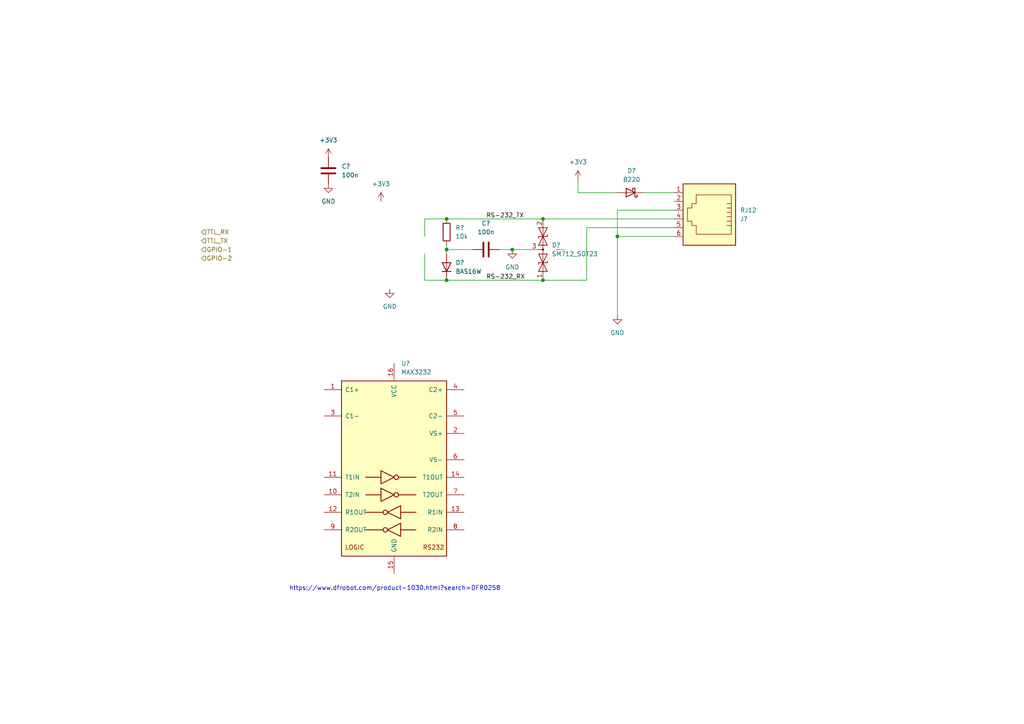
<source format=kicad_sch>
(kicad_sch (version 20211123) (generator eeschema)
  (paper "A4")
  (title_block (title "Awesome Bestest Energy Monitor") (rev "1.0"))
  (lib_symbols
    (symbol "Connector:RJ12" (pin_names (offset 1.016))
      (property "Reference" "J" (at -5.08 11.43 0))
      (property "Value" "RJ12" (at 2.54 11.43 0))
      (symbol "RJ12_0_1"
        (polyline (pts (xy -6.35 -1.905) (xy -5.08 -1.905) (xy -5.08 -1.905)))
        (polyline (pts (xy -6.35 -0.635) (xy -5.08 -0.635) (xy -5.08 -0.635)))
        (polyline (pts (xy -6.35 0.635) (xy -5.08 0.635) (xy -5.08 0.635)))
        (polyline (pts (xy -6.35 1.905) (xy -5.08 1.905) (xy -5.08 1.905)))
        (polyline (pts (xy -6.35 3.175) (xy -5.08 3.175) (xy -5.08 3.175)))
        (polyline (pts (xy -5.08 4.445) (xy -6.35 4.445) (xy -6.35 4.445)))
        (polyline (pts (xy -6.35 -4.445) (xy -6.35 6.985) (xy 3.81 6.985) (xy 3.81 4.445) (xy 5.08 4.445) (xy 5.08 3.175) (xy 6.35 3.175) (xy 6.35 -0.635) (xy 5.08 -0.635) (xy 5.08 -1.905) (xy 3.81 -1.905) (xy 3.81 -4.445) (xy -6.35 -4.445) (xy -6.35 -4.445)))
        (rectangle (start 7.62 10.16) (end -7.62 -7.62) (stroke (width 0.254)) (fill (type background)))
      )
      (symbol "RJ12_1_1"
        (pin passive line (at 10.16 -5.08 180) (length 2.54) (name "~") (number "1"))
        (pin passive line (at 10.16 -2.54 180) (length 2.54) (name "~") (number "2"))
        (pin passive line (at 10.16 0 180) (length 2.54) (name "~") (number "3"))
        (pin passive line (at 10.16 2.54 180) (length 2.54) (name "~") (number "4"))
        (pin passive line (at 10.16 5.08 180) (length 2.54) (name "~") (number "5"))
        (pin passive line (at 10.16 7.62 180) (length 2.54) (name "~") (number "6"))
      )
    )
    (symbol "Device:C" (pin_numbers hide) (pin_names (offset 0.254))
      (property "Reference" "C" (at 0.635 2.54 0))
      (property "Value" "C" (at 0.635 -2.54 0))
      (symbol "C_0_1"
        (polyline (pts (xy -2.032 -0.762) (xy 2.032 -0.762)) (stroke (width 0.508)))
        (polyline (pts (xy -2.032 0.762) (xy 2.032 0.762)) (stroke (width 0.508)))
      )
      (symbol "C_1_1"
        (pin passive line (at 0 3.81 270) (length 2.794) (name "~") (number "1"))
        (pin passive line (at 0 -3.81 90) (length 2.794) (name "~") (number "2"))
      )
    )
    (symbol "Device:R" (pin_numbers hide) (pin_names (offset 0))
      (property "Reference" "R" (at 2.032 0 90))
      (property "Value" "R" (at 0 0 90))
      (symbol "R_0_1"
        (rectangle (start -1.016 -2.54) (end 1.016 2.54) (stroke (width 0.254)))
      )
      (symbol "R_1_1"
        (pin passive line (at 0 3.81 270) (length 1.27) (name "~") (number "1"))
        (pin passive line (at 0 -3.81 90) (length 1.27) (name "~") (number "2"))
      )
    )
    (symbol "Diode:B220" (pin_numbers hide) (pin_names (offset 1.016) hide)
      (property "Reference" "D" (at 0 2.54 0))
      (property "Value" "B220" (at 0 -2.54 0))
      (symbol "B220_0_1"
        (polyline (pts (xy 1.27 0) (xy -1.27 0)))
        (polyline (pts (xy 1.27 1.27) (xy 1.27 -1.27) (xy -1.27 0) (xy 1.27 1.27)) (stroke (width 0.254)))
        (polyline (pts (xy -1.905 0.635) (xy -1.905 1.27) (xy -1.27 1.27) (xy -1.27 -1.27) (xy -0.635 -1.27) (xy -0.635 -0.635)) (stroke (width 0.254)))
      )
      (symbol "B220_1_1"
        (pin passive line (at -3.81 0 0) (length 2.54) (name "K") (number "1"))
        (pin passive line (at 3.81 0 180) (length 2.54) (name "A") (number "2"))
      )
    )
    (symbol "Diode:BAS16W" (pin_numbers hide) (pin_names hide)
      (property "Reference" "D" (at 0 2.54 0))
      (property "Value" "BAS16W" (at 0 -2.54 0))
      (symbol "BAS16W_0_1"
        (polyline (pts (xy -1.27 1.27) (xy -1.27 -1.27)) (stroke (width 0.254)))
        (polyline (pts (xy 1.27 0) (xy -1.27 0)))
        (polyline (pts (xy 1.27 1.27) (xy 1.27 -1.27) (xy -1.27 0) (xy 1.27 1.27)) (stroke (width 0.254)))
      )
      (symbol "BAS16W_1_1"
        (pin passive line (at 3.81 0 180) (length 2.54) (name "A") (number "1"))
        (pin no_connect line (at -1.27 0 0) (length 2.54) hide (name "NC") (number "2"))
        (pin passive line (at -3.81 0 0) (length 2.54) (name "K") (number "3"))
      )
    )
    (symbol "Diode:SM712_SOT23" (pin_names (offset 1.016) hide)
      (property "Reference" "D" (at 0 4.445 0))
      (property "Value" "SM712_SOT23" (at 0 2.54 0))
      (symbol "SM712_SOT23_0_0"
        (polyline (pts (xy 0 -1.27) (xy 0 0)))
      )
      (symbol "SM712_SOT23_0_1"
        (polyline (pts (xy -6.35 0) (xy 6.35 0)))
        (polyline (pts (xy -3.302 1.27) (xy -3.81 1.27) (xy -3.81 -1.27) (xy -4.318 -1.27)) (stroke (width 0.2032)))
        (polyline (pts (xy 4.318 1.27) (xy 3.81 1.27) (xy 3.81 -1.27) (xy 3.302 -1.27)) (stroke (width 0.2032)))
        (polyline (pts (xy -6.35 -1.27) (xy -1.27 1.27) (xy -1.27 -1.27) (xy -6.35 1.27) (xy -6.35 -1.27)) (stroke (width 0.2032)))
        (polyline (pts (xy 1.27 -1.27) (xy 1.27 1.27) (xy 6.35 -1.27) (xy 6.35 1.27) (xy 1.27 -1.27)) (stroke (width 0.2032)))
        (circle (center 0 0) (radius 0.254) (fill (type outline)))
      )
      (symbol "SM712_SOT23_1_1"
        (pin passive line (at -8.89 0 0) (length 2.54) (name "A1") (number "1"))
        (pin passive line (at 8.89 0 180) (length 2.54) (name "A2") (number "2"))
        (pin input line (at 0 -3.81 90) (length 2.54) (name "common") (number "3"))
      )
    )
    (symbol "Interface_UART:MAX3232" (pin_names (offset 1.016))
      (property "Reference" "U" (at -2.54 28.575 0))
      (property "Value" "MAX3232" (at -2.54 26.67 0))
      (symbol "MAX3232_0_0"
        (text "LOGIC" (at -11.43 -22.86 0) (effects (font (size 1.27 1.27))))
        (text "RS232" (at 11.43 -22.86 0) (effects (font (size 1.27 1.27))))
      )
      (symbol "MAX3232_0_1"
        (rectangle (start -15.24 -25.4) (end 15.24 25.4) (stroke (width 0.254)) (fill (type background)))
        (circle (center -2.54 -17.78) (radius 0.635) (stroke (width 0.254)))
        (circle (center -2.54 -12.7) (radius 0.635) (stroke (width 0.254)))
        (polyline (pts (xy -3.81 -7.62) (xy -8.255 -7.62)) (stroke (width 0.254)))
        (polyline (pts (xy -3.81 -2.54) (xy -8.255 -2.54)) (stroke (width 0.254)))
        (polyline (pts (xy -3.175 -17.78) (xy -8.255 -17.78)) (stroke (width 0.254)))
        (polyline (pts (xy -3.175 -12.7) (xy -8.255 -12.7)) (stroke (width 0.254)))
        (polyline (pts (xy 1.27 -7.62) (xy 6.35 -7.62)) (stroke (width 0.254)))
        (polyline (pts (xy 1.27 -2.54) (xy 6.35 -2.54)) (stroke (width 0.254)))
        (polyline (pts (xy 1.905 -17.78) (xy 6.35 -17.78)) (stroke (width 0.254)))
        (polyline (pts (xy 1.905 -12.7) (xy 6.35 -12.7)) (stroke (width 0.254)))
        (polyline (pts (xy -3.81 -5.715) (xy -3.81 -9.525) (xy 0 -7.62) (xy -3.81 -5.715)) (stroke (width 0.254)))
        (polyline (pts (xy -3.81 -0.635) (xy -3.81 -4.445) (xy 0 -2.54) (xy -3.81 -0.635)) (stroke (width 0.254)))
        (polyline (pts (xy 1.905 -15.875) (xy 1.905 -19.685) (xy -1.905 -17.78) (xy 1.905 -15.875)) (stroke (width 0.254)))
        (polyline (pts (xy 1.905 -10.795) (xy 1.905 -14.605) (xy -1.905 -12.7) (xy 1.905 -10.795)) (stroke (width 0.254)))
        (circle (center 0.635 -7.62) (radius 0.635) (stroke (width 0.254)))
        (circle (center 0.635 -2.54) (radius 0.635) (stroke (width 0.254)))
      )
      (symbol "MAX3232_1_1"
        (pin passive line (at -20.32 22.86 0) (length 5.08) (name "C1+") (number "1"))
        (pin input line (at -20.32 -7.62 0) (length 5.08) (name "T2IN") (number "10"))
        (pin input line (at -20.32 -2.54 0) (length 5.08) (name "T1IN") (number "11"))
        (pin output line (at -20.32 -12.7 0) (length 5.08) (name "R1OUT") (number "12"))
        (pin input line (at 20.32 -12.7 180) (length 5.08) (name "R1IN") (number "13"))
        (pin output line (at 20.32 -2.54 180) (length 5.08) (name "T1OUT") (number "14"))
        (pin power_in line (at 0 -30.48 90) (length 5.08) (name "GND") (number "15"))
        (pin power_in line (at 0 30.48 270) (length 5.08) (name "VCC") (number "16"))
        (pin power_out line (at 20.32 10.16 180) (length 5.08) (name "VS+") (number "2"))
        (pin passive line (at -20.32 15.24 0) (length 5.08) (name "C1-") (number "3"))
        (pin passive line (at 20.32 22.86 180) (length 5.08) (name "C2+") (number "4"))
        (pin passive line (at 20.32 15.24 180) (length 5.08) (name "C2-") (number "5"))
        (pin power_out line (at 20.32 2.54 180) (length 5.08) (name "VS-") (number "6"))
        (pin output line (at 20.32 -7.62 180) (length 5.08) (name "T2OUT") (number "7"))
        (pin input line (at 20.32 -17.78 180) (length 5.08) (name "R2IN") (number "8"))
        (pin output line (at -20.32 -17.78 0) (length 5.08) (name "R2OUT") (number "9"))
      )
    )
    (symbol "power:+3V3" (power) (pin_names (offset 0))
      (property "Value" "+3V3" (at 0 3.556 0))
      (symbol "+3V3_0_1"
        (polyline (pts (xy -0.762 1.27) (xy 0 2.54)))
        (polyline (pts (xy 0 0) (xy 0 2.54)))
        (polyline (pts (xy 0 2.54) (xy 0.762 1.27)))
      )
      (symbol "+3V3_1_1"
        (pin power_in line (at 0 0 90) (length 0) hide (name "+3V3") (number "1"))
      )
    )
    (symbol "power:GND" (power) (pin_names (offset 0))
      (property "Value" "GND" (at 0 -3.81 0))
      (symbol "GND_0_1"
        (polyline (pts (xy 0 0) (xy 0 -1.27) (xy 1.27 -1.27) (xy 0 -2.54) (xy -1.27 -1.27) (xy 0 -1.27)))
      )
      (symbol "GND_1_1"
        (pin power_in line (at 0 0 270) (length 0) hide (name "GND") (number "1"))
      )
    )
  )
  (junction (at 179.07 68.58))
  (junction (at 157.48 63.5))
  (junction (at 129.54 81.28))
  (junction (at 148.59 72.39))
  (junction (at 157.48 81.28))
  (junction (at 129.54 72.39))
  (junction (at 129.54 63.5))
  (wire (pts (xy 195.58 63.5) (xy 157.48 63.5)))
  (wire (pts (xy 129.54 72.39) (xy 137.16 72.39)))
  (wire (pts (xy 179.07 68.58) (xy 195.58 68.58)))
  (wire (pts (xy 129.54 72.39) (xy 129.54 73.66)))
  (wire (pts (xy 129.54 63.5) (xy 157.48 63.5)))
  (wire (pts (xy 129.54 81.28) (xy 157.48 81.28)))
  (wire (pts (xy 144.78 72.39) (xy 148.59 72.39)))
  (wire (pts (xy 195.58 60.96) (xy 179.07 60.96)))
  (wire (pts (xy 129.54 71.12) (xy 129.54 72.39)))
  (wire (pts (xy 170.18 66.04) (xy 170.18 81.28)))
  (wire (pts (xy 179.07 68.58) (xy 179.07 91.44)))
  (wire (pts (xy 161.29 72.39) (xy 163.83 72.39)))
  (wire (pts (xy 179.07 60.96) (xy 179.07 68.58)))
  (wire (pts (xy 157.48 81.28) (xy 170.18 81.28)))
  (wire (pts (xy 123.19 81.28) (xy 129.54 81.28)))
  (wire (pts (xy 148.59 72.39) (xy 153.67 72.39)))
  (wire (pts (xy 167.64 55.88) (xy 179.07 55.88)))
  (wire (pts (xy 123.19 73.66) (xy 123.19 81.28)))
  (wire (pts (xy 167.64 52.07) (xy 167.64 55.88)))
  (wire (pts (xy 123.19 63.5) (xy 129.54 63.5)))
  (wire (pts (xy 195.58 66.04) (xy 170.18 66.04)))
  (wire (pts (xy 123.19 68.58) (xy 123.19 63.5)))
  (wire (pts (xy 186.69 55.88) (xy 195.58 55.88)))
  (text "https://www.dfrobot.com/product-1030.html?search=DFR0258" (at 83.82 171.45 0) (effects (font (size 1.27 1.27)) (justify left bottom)))
  (label "RS-232_TX" (at 140.97 63.5 0))
  (label "RS-232_RX" (at 140.97 81.28 0))
  (hierarchical_label "TTL_RX" (shape input) (at 58.42 67.31 0))
  (hierarchical_label "TTL_TX" (shape input) (at 58.42 69.85 0))
  (hierarchical_label "GPIO-1" (shape input) (at 58.42 72.39 0))
  (hierarchical_label "GPIO-2" (shape input) (at 58.42 74.93 0))
  (symbol (lib_id "power:GND") (at 95.25 53.34 0) (unit 1)
    (property "Reference" "#PWR?" (effects hide))
    (property "Value" "GND" (at 95.25 58.42 0))
  )
  (symbol (lib_id "power:+3V3") (at 167.64 52.07 0) (unit 1)
    (property "Reference" "#PWR?" (effects hide))
    (property "Value" "+3V3" (at 167.64 46.99 0))
  )
  (symbol (lib_id "power:GND") (at 179.07 91.44 0) (unit 1)
    (property "Reference" "#PWR?" (effects hide))
    (property "Value" "GND" (at 179.07 96.52 0))
  )
  (symbol (lib_id "Connector:RJ12") (at 205.74 60.96 180) (unit 1)
    (property "Reference" "J?" (at 214.63 63.5001 0) (effects (justify right)))
    (property "Value" "RJ12" (at 214.63 60.9601 0) (effects (justify right)))
  )
  (symbol (lib_id "power:GND") (at 148.59 72.39 0) (unit 1)
    (property "Reference" "#PWR?" (effects hide))
    (property "Value" "GND" (at 148.59 77.47 0))
  )
  (symbol (lib_id "Device:R") (at 129.54 67.31 0) (unit 1)
    (property "Reference" "R?" (at 132.08 66.0399 0) (effects (justify left)))
    (property "Value" "10k" (at 132.08 68.5799 0) (effects (justify left)))
    (property "Footprint" "Resistor_SMD:R_0603_1608Metric_Pad0.98x0.95mm_HandSolder" (effects hide))
  )
  (symbol (lib_id "power:+3V3") (at 95.25 45.72 0) (unit 1)
    (property "Reference" "#PWR?" (effects hide))
    (property "Value" "+3V3" (at 95.25 40.64 0))
  )
  (symbol (lib_id "Diode:BAS16W") (at 129.54 77.47 90) (unit 1)
    (property "Reference" "D?" (at 132.08 76.1999 90) (effects (justify right)))
    (property "Value" "BAS16W" (at 132.08 78.7399 90) (effects (justify right)))
    (property "Footprint" "Package_TO_SOT_SMD:SOT-323_SC-70" (effects hide))
    (property "Datasheet" "https://assets.nexperia.com/documents/data-sheet/BAS16_SER.pdf" (effects hide))
  )
  (symbol (lib_id "Device:C") (at 140.97 72.39 90) (unit 1)
    (property "Reference" "C?" (at 140.97 64.77 90))
    (property "Value" "100n" (at 140.97 67.31 90))
    (property "Footprint" "Capacitor_SMD:C_0201_0603Metric_Pad0.64x0.40mm_HandSolder" (effects hide))
  )
  (symbol (lib_id "power:+3V3") (at 110.49 58.42 0) (unit 1)
    (property "Reference" "#PWR?" (effects hide))
    (property "Value" "+3V3" (at 110.49 53.34 0))
  )
  (symbol (lib_id "power:GND") (at 113.03 83.82 0) (unit 1)
    (property "Reference" "#PWR?" (effects hide))
    (property "Value" "GND" (at 113.03 88.9 0))
  )
  (symbol (lib_id "Interface_UART:MAX3232") (at 114.3 135.89 0) (unit 1)
    (property "Reference" "U?" (at 116.3194 105.41 0) (effects (justify left)))
    (property "Value" "MAX3232" (at 116.3194 107.95 0) (effects (justify left)))
    (property "Datasheet" "https://datasheets.maximintegrated.com/en/ds/MAX3222-MAX3241.pdf" (effects hide))
  )
  (symbol (lib_id "Device:C") (at 95.25 49.53 0) (unit 1)
    (property "Reference" "C?" (at 99.06 48.2599 0) (effects (justify left)))
    (property "Value" "100n" (at 99.06 50.7999 0) (effects (justify left)))
    (property "Footprint" "Capacitor_SMD:C_0201_0603Metric_Pad0.64x0.40mm_HandSolder" (effects hide))
  )
  (symbol (lib_id "Diode:B220") (at 182.88 55.88 180) (unit 1)
    (property "Reference" "D?" (at 183.1975 49.53 0))
    (property "Value" "B220" (at 183.1975 52.07 0))
    (property "Footprint" "Diode_SMD:D_SMB" (effects hide))
    (property "Datasheet" "http://www.jameco.com/Jameco/Products/ProdDS/1538777.pdf" (effects hide))
  )
  (symbol (lib_id "Diode:SM712_SOT23") (at 157.48 72.39 270) (mirror x) (unit 1)
    (property "Reference" "D?" (at 160.02 71.1199 90) (effects (justify left)))
    (property "Value" "SM712_SOT23" (at 160.02 73.6599 90) (effects (justify left)))
    (property "Footprint" "Package_TO_SOT_SMD:SOT-23" (effects hide))
    (property "Datasheet" "https://www.littelfuse.com/~/media/electronics/datasheets/tvs_diode_arrays/littelfuse_tvs_diode_array_sm712_datasheet.pdf.pdf" (effects hide))
  )
)
</source>
